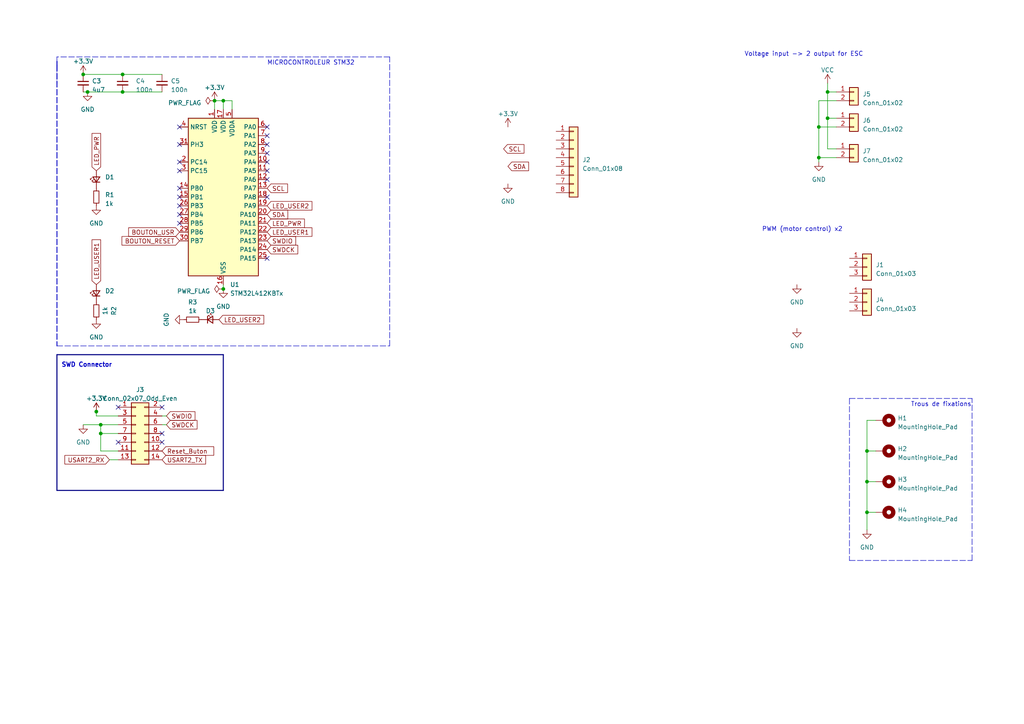
<source format=kicad_sch>
(kicad_sch (version 20230121) (generator eeschema)
  (paper "A4")
  (title_block (title "PROJET D'ELECTRONIQUE") (date "2023-04-14") (company "ENSEA"))
  (lib_symbols
    (symbol "Connector_Generic:Conn_01x02" (pin_names (offset 1.016) hide)
      (property "Reference" "J" (at 0 2.54 0))
      (property "Value" "Conn_01x02" (at 0 -5.08 0))
      (symbol "Conn_01x02_1_1"
        (rectangle (start -1.27 -2.413) (end 0 -2.667) (stroke (width 0.1524)))
        (rectangle (start -1.27 0.127) (end 0 -0.127) (stroke (width 0.1524)))
        (rectangle (start -1.27 1.27) (end 1.27 -3.81) (stroke (width 0.254)) (fill (type background)))
        (pin passive line (at -5.08 0 0) (length 3.81) (name "Pin_1") (number "1"))
        (pin passive line (at -5.08 -2.54 0) (length 3.81) (name "Pin_2") (number "2"))
      )
    )
    (symbol "Connector_Generic:Conn_01x03" (pin_names (offset 1.016) hide)
      (property "Reference" "J" (at 0 5.08 0))
      (property "Value" "Conn_01x03" (at 0 -5.08 0))
      (symbol "Conn_01x03_1_1"
        (rectangle (start -1.27 -2.413) (end 0 -2.667) (stroke (width 0.1524)))
        (rectangle (start -1.27 0.127) (end 0 -0.127) (stroke (width 0.1524)))
        (rectangle (start -1.27 2.667) (end 0 2.413) (stroke (width 0.1524)))
        (rectangle (start -1.27 3.81) (end 1.27 -3.81) (stroke (width 0.254)) (fill (type background)))
        (pin passive line (at -5.08 2.54 0) (length 3.81) (name "Pin_1") (number "1"))
        (pin passive line (at -5.08 0 0) (length 3.81) (name "Pin_2") (number "2"))
        (pin passive line (at -5.08 -2.54 0) (length 3.81) (name "Pin_3") (number "3"))
      )
    )
    (symbol "Connector_Generic:Conn_01x08" (pin_names (offset 1.016) hide)
      (property "Reference" "J" (at 0 10.16 0))
      (property "Value" "Conn_01x08" (at 0 -12.7 0))
      (symbol "Conn_01x08_1_1"
        (rectangle (start -1.27 -10.033) (end 0 -10.287) (stroke (width 0.1524)))
        (rectangle (start -1.27 -7.493) (end 0 -7.747) (stroke (width 0.1524)))
        (rectangle (start -1.27 -4.953) (end 0 -5.207) (stroke (width 0.1524)))
        (rectangle (start -1.27 -2.413) (end 0 -2.667) (stroke (width 0.1524)))
        (rectangle (start -1.27 0.127) (end 0 -0.127) (stroke (width 0.1524)))
        (rectangle (start -1.27 2.667) (end 0 2.413) (stroke (width 0.1524)))
        (rectangle (start -1.27 5.207) (end 0 4.953) (stroke (width 0.1524)))
        (rectangle (start -1.27 7.747) (end 0 7.493) (stroke (width 0.1524)))
        (rectangle (start -1.27 8.89) (end 1.27 -11.43) (stroke (width 0.254)) (fill (type background)))
        (pin passive line (at -5.08 7.62 0) (length 3.81) (name "Pin_1") (number "1"))
        (pin passive line (at -5.08 5.08 0) (length 3.81) (name "Pin_2") (number "2"))
        (pin passive line (at -5.08 2.54 0) (length 3.81) (name "Pin_3") (number "3"))
        (pin passive line (at -5.08 0 0) (length 3.81) (name "Pin_4") (number "4"))
        (pin passive line (at -5.08 -2.54 0) (length 3.81) (name "Pin_5") (number "5"))
        (pin passive line (at -5.08 -5.08 0) (length 3.81) (name "Pin_6") (number "6"))
        (pin passive line (at -5.08 -7.62 0) (length 3.81) (name "Pin_7") (number "7"))
        (pin passive line (at -5.08 -10.16 0) (length 3.81) (name "Pin_8") (number "8"))
      )
    )
    (symbol "Connector_Generic:Conn_02x07_Odd_Even" (pin_names (offset 1.016) hide)
      (property "Reference" "J" (at 1.27 10.16 0))
      (property "Value" "Conn_02x07_Odd_Even" (at 1.27 -10.16 0))
      (symbol "Conn_02x07_Odd_Even_1_1"
        (rectangle (start -1.27 -7.493) (end 0 -7.747) (stroke (width 0.1524)))
        (rectangle (start -1.27 -4.953) (end 0 -5.207) (stroke (width 0.1524)))
        (rectangle (start -1.27 -2.413) (end 0 -2.667) (stroke (width 0.1524)))
        (rectangle (start -1.27 0.127) (end 0 -0.127) (stroke (width 0.1524)))
        (rectangle (start -1.27 2.667) (end 0 2.413) (stroke (width 0.1524)))
        (rectangle (start -1.27 5.207) (end 0 4.953) (stroke (width 0.1524)))
        (rectangle (start -1.27 7.747) (end 0 7.493) (stroke (width 0.1524)))
        (rectangle (start -1.27 8.89) (end 3.81 -8.89) (stroke (width 0.254)) (fill (type background)))
        (rectangle (start 3.81 -7.493) (end 2.54 -7.747) (stroke (width 0.1524)))
        (rectangle (start 3.81 -4.953) (end 2.54 -5.207) (stroke (width 0.1524)))
        (rectangle (start 3.81 -2.413) (end 2.54 -2.667) (stroke (width 0.1524)))
        (rectangle (start 3.81 0.127) (end 2.54 -0.127) (stroke (width 0.1524)))
        (rectangle (start 3.81 2.667) (end 2.54 2.413) (stroke (width 0.1524)))
        (rectangle (start 3.81 5.207) (end 2.54 4.953) (stroke (width 0.1524)))
        (rectangle (start 3.81 7.747) (end 2.54 7.493) (stroke (width 0.1524)))
        (pin passive line (at -5.08 7.62 0) (length 3.81) (name "Pin_1") (number "1"))
        (pin passive line (at 7.62 -2.54 180) (length 3.81) (name "Pin_10") (number "10"))
        (pin passive line (at -5.08 -5.08 0) (length 3.81) (name "Pin_11") (number "11"))
        (pin passive line (at 7.62 -5.08 180) (length 3.81) (name "Pin_12") (number "12"))
        (pin passive line (at -5.08 -7.62 0) (length 3.81) (name "Pin_13") (number "13"))
        (pin passive line (at 7.62 -7.62 180) (length 3.81) (name "Pin_14") (number "14"))
        (pin passive line (at 7.62 7.62 180) (length 3.81) (name "Pin_2") (number "2"))
        (pin passive line (at -5.08 5.08 0) (length 3.81) (name "Pin_3") (number "3"))
        (pin passive line (at 7.62 5.08 180) (length 3.81) (name "Pin_4") (number "4"))
        (pin passive line (at -5.08 2.54 0) (length 3.81) (name "Pin_5") (number "5"))
        (pin passive line (at 7.62 2.54 180) (length 3.81) (name "Pin_6") (number "6"))
        (pin passive line (at -5.08 0 0) (length 3.81) (name "Pin_7") (number "7"))
        (pin passive line (at 7.62 0 180) (length 3.81) (name "Pin_8") (number "8"))
        (pin passive line (at -5.08 -2.54 0) (length 3.81) (name "Pin_9") (number "9"))
      )
    )
    (symbol "Device:C_Small" (pin_numbers hide) (pin_names (offset 0.254) hide)
      (property "Reference" "C" (at 0.254 1.778 0))
      (property "Value" "C_Small" (at 0.254 -2.032 0))
      (symbol "C_Small_0_1"
        (polyline (pts (xy -1.524 -0.508) (xy 1.524 -0.508)) (stroke (width 0.3302)))
        (polyline (pts (xy -1.524 0.508) (xy 1.524 0.508)) (stroke (width 0.3048)))
      )
      (symbol "C_Small_1_1"
        (pin passive line (at 0 2.54 270) (length 2.032) (name "~") (number "1"))
        (pin passive line (at 0 -2.54 90) (length 2.032) (name "~") (number "2"))
      )
    )
    (symbol "Device:LED_Small" (pin_numbers hide) (pin_names (offset 0.254) hide)
      (property "Reference" "D" (at -1.27 3.175 0))
      (property "Value" "LED_Small" (at -4.445 -2.54 0))
      (symbol "LED_Small_0_1"
        (polyline (pts (xy -0.762 -1.016) (xy -0.762 1.016)) (stroke (width 0.254)))
        (polyline (pts (xy 1.016 0) (xy -0.762 0)))
        (polyline (pts (xy 0.762 -1.016) (xy -0.762 0) (xy 0.762 1.016) (xy 0.762 -1.016)) (stroke (width 0.254)))
        (polyline (pts (xy 0 0.762) (xy -0.508 1.27) (xy -0.254 1.27) (xy -0.508 1.27) (xy -0.508 1.016)))
        (polyline (pts (xy 0.508 1.27) (xy 0 1.778) (xy 0.254 1.778) (xy 0 1.778) (xy 0 1.524)))
      )
      (symbol "LED_Small_1_1"
        (pin passive line (at -2.54 0 0) (length 1.778) (name "K") (number "1"))
        (pin passive line (at 2.54 0 180) (length 1.778) (name "A") (number "2"))
      )
    )
    (symbol "Device:R_Small" (pin_numbers hide) (pin_names (offset 0.254) hide)
      (property "Reference" "R" (at 0.762 0.508 0))
      (property "Value" "R_Small" (at 0.762 -1.016 0))
      (symbol "R_Small_0_1"
        (rectangle (start -0.762 1.778) (end 0.762 -1.778) (stroke (width 0.2032)))
      )
      (symbol "R_Small_1_1"
        (pin passive line (at 0 2.54 270) (length 0.762) (name "~") (number "1"))
        (pin passive line (at 0 -2.54 90) (length 0.762) (name "~") (number "2"))
      )
    )
    (symbol "MCU_ST_STM32L4:STM32L412KBTx"
      (property "Reference" "U" (at -10.16 24.13 0))
      (property "Value" "STM32L412KBTx" (at 5.08 24.13 0))
      (symbol "STM32L412KBTx_0_1"
        (rectangle (start -10.16 22.86) (end 10.16 -22.86) (stroke (width 0.254)) (fill (type background)))
      )
      (symbol "STM32L412KBTx_1_1"
        (pin power_in line (at -2.54 25.4 270) (length 2.54) (name "VDD") (number "1"))
        (pin bidirectional line (at 12.7 10.16 180) (length 2.54) (name "PA4") (number "10"))
        (pin bidirectional line (at 12.7 7.62 180) (length 2.54) (name "PA5") (number "11"))
        (pin bidirectional line (at 12.7 5.08 180) (length 2.54) (name "PA6") (number "12"))
        (pin bidirectional line (at 12.7 2.54 180) (length 2.54) (name "PA7") (number "13"))
        (pin bidirectional line (at -12.7 2.54 0) (length 2.54) (name "PB0") (number "14"))
        (pin bidirectional line (at -12.7 0 0) (length 2.54) (name "PB1") (number "15"))
        (pin power_in line (at 0 -25.4 90) (length 2.54) (name "VSS") (number "16"))
        (pin power_in line (at 0 25.4 270) (length 2.54) (name "VDD") (number "17"))
        (pin bidirectional line (at 12.7 0 180) (length 2.54) (name "PA8") (number "18"))
        (pin bidirectional line (at 12.7 -2.54 180) (length 2.54) (name "PA9") (number "19"))
        (pin bidirectional line (at -12.7 10.16 0) (length 2.54) (name "PC14") (number "2"))
        (pin bidirectional line (at 12.7 -5.08 180) (length 2.54) (name "PA10") (number "20"))
        (pin bidirectional line (at 12.7 -7.62 180) (length 2.54) (name "PA11") (number "21"))
        (pin bidirectional line (at 12.7 -10.16 180) (length 2.54) (name "PA12") (number "22"))
        (pin bidirectional line (at 12.7 -12.7 180) (length 2.54) (name "PA13") (number "23"))
        (pin bidirectional line (at 12.7 -15.24 180) (length 2.54) (name "PA14") (number "24"))
        (pin bidirectional line (at 12.7 -17.78 180) (length 2.54) (name "PA15") (number "25"))
        (pin bidirectional line (at -12.7 -2.54 0) (length 2.54) (name "PB3") (number "26"))
        (pin bidirectional line (at -12.7 -5.08 0) (length 2.54) (name "PB4") (number "27"))
        (pin bidirectional line (at -12.7 -7.62 0) (length 2.54) (name "PB5") (number "28"))
        (pin bidirectional line (at -12.7 -10.16 0) (length 2.54) (name "PB6") (number "29"))
        (pin bidirectional line (at -12.7 7.62 0) (length 2.54) (name "PC15") (number "3"))
        (pin bidirectional line (at -12.7 -12.7 0) (length 2.54) (name "PB7") (number "30"))
        (pin bidirectional line (at -12.7 15.24 0) (length 2.54) (name "PH3") (number "31"))
        (pin passive line (at 0 -25.4 90) (length 2.54) hide (name "VSS") (number "32"))
        (pin input line (at -12.7 20.32 0) (length 2.54) (name "NRST") (number "4"))
        (pin power_in line (at 2.54 25.4 270) (length 2.54) (name "VDDA") (number "5"))
        (pin bidirectional line (at 12.7 20.32 180) (length 2.54) (name "PA0") (number "6"))
        (pin bidirectional line (at 12.7 17.78 180) (length 2.54) (name "PA1") (number "7"))
        (pin bidirectional line (at 12.7 15.24 180) (length 2.54) (name "PA2") (number "8"))
        (pin bidirectional line (at 12.7 12.7 180) (length 2.54) (name "PA3") (number "9"))
      )
    )
    (symbol "Mechanical:MountingHole_Pad" (pin_numbers hide) (pin_names (offset 1.016) hide)
      (property "Reference" "H" (at 0 6.35 0))
      (property "Value" "MountingHole_Pad" (at 0 4.445 0))
      (symbol "MountingHole_Pad_0_1"
        (circle (center 0 1.27) (radius 1.27) (stroke (width 1.27)))
      )
      (symbol "MountingHole_Pad_1_1"
        (pin input line (at 0 -2.54 90) (length 2.54) (name "1") (number "1"))
      )
    )
    (symbol "power:+3.3V" (power) (pin_names (offset 0))
      (property "Value" "+3.3V" (at 0 3.556 0))
      (symbol "+3.3V_0_1"
        (polyline (pts (xy -0.762 1.27) (xy 0 2.54)))
        (polyline (pts (xy 0 0) (xy 0 2.54)))
        (polyline (pts (xy 0 2.54) (xy 0.762 1.27)))
      )
      (symbol "+3.3V_1_1"
        (pin power_in line (at 0 0 90) (length 0) hide (name "+3.3V") (number "1"))
      )
    )
    (symbol "power:GND" (power) (pin_names (offset 0))
      (property "Value" "GND" (at 0 -3.81 0))
      (symbol "GND_0_1"
        (polyline (pts (xy 0 0) (xy 0 -1.27) (xy 1.27 -1.27) (xy 0 -2.54) (xy -1.27 -1.27) (xy 0 -1.27)))
      )
      (symbol "GND_1_1"
        (pin power_in line (at 0 0 270) (length 0) hide (name "GND") (number "1"))
      )
    )
    (symbol "power:PWR_FLAG" (power) (pin_numbers hide) (pin_names (offset 0) hide)
      (property "Value" "PWR_FLAG" (at 0 3.81 0))
      (symbol "PWR_FLAG_0_0"
        (pin power_out line (at 0 0 90) (length 0) (name "pwr") (number "1"))
      )
      (symbol "PWR_FLAG_0_1"
        (polyline (pts (xy 0 0) (xy 0 1.27) (xy -1.016 1.905) (xy 0 2.54) (xy 1.016 1.905) (xy 0 1.27)))
      )
    )
    (symbol "power:VCC" (power) (pin_names (offset 0))
      (property "Value" "VCC" (at 0 3.81 0))
      (symbol "VCC_0_1"
        (polyline (pts (xy -0.762 1.27) (xy 0 2.54)))
        (polyline (pts (xy 0 0) (xy 0 2.54)))
        (polyline (pts (xy 0 2.54) (xy 0.762 1.27)))
      )
      (symbol "VCC_1_1"
        (pin power_in line (at 0 0 90) (length 0) hide (name "VCC") (number "1"))
      )
    )
  )
  (junction (at 251.46 130.81))
  (junction (at 35.56 26.67))
  (junction (at 27.94 119.38))
  (junction (at 64.77 29.21))
  (junction (at 240.03 26.67))
  (junction (at 29.21 125.73))
  (junction (at 64.77 83.82))
  (junction (at 251.46 139.7))
  (junction (at 25.4 26.67))
  (junction (at 237.49 45.72))
  (junction (at 35.56 21.59))
  (junction (at 24.13 21.59))
  (junction (at 251.46 148.59))
  (junction (at 237.49 36.83))
  (junction (at 240.03 34.29))
  (junction (at 29.21 123.19))
  (junction (at 62.23 29.21))
  (no_connect (at 52.07 57.15))
  (no_connect (at 77.47 39.37))
  (no_connect (at 34.29 118.11))
  (no_connect (at 52.07 46.99))
  (no_connect (at 46.99 118.11))
  (no_connect (at 77.47 41.91))
  (no_connect (at 77.47 44.45))
  (no_connect (at 52.07 54.61))
  (no_connect (at 34.29 128.27))
  (no_connect (at 46.99 128.27))
  (no_connect (at 52.07 36.83))
  (no_connect (at 77.47 36.83))
  (no_connect (at 52.07 62.23))
  (no_connect (at 77.47 52.07))
  (no_connect (at 77.47 57.15))
  (no_connect (at 77.47 49.53))
  (no_connect (at 77.47 46.99))
  (no_connect (at 52.07 49.53))
  (no_connect (at 52.07 59.69))
  (no_connect (at 52.07 64.77))
  (no_connect (at 52.07 41.91))
  (no_connect (at 46.99 125.73))
  (no_connect (at 77.47 74.93))
  (wire (pts (xy 251.46 148.59) (xy 251.46 153.67)))
  (bus (pts (xy 64.77 102.87) (xy 64.77 142.24)))
  (wire (pts (xy 64.77 83.82) (xy 64.77 82.55)))
  (wire (pts (xy 35.56 21.59) (xy 46.99 21.59)))
  (wire (pts (xy 240.03 43.18) (xy 240.03 34.29)))
  (bus (pts (xy 16.51 102.87) (xy 64.77 102.87)))
  (polyline (pts (xy 113.03 100.33) (xy 113.03 16.51)) (stroke (width 0) (type dash)))
  (wire (pts (xy 237.49 36.83) (xy 237.49 45.72)))
  (polyline (pts (xy 16.51 19.05) (xy 16.51 20.32)) (stroke (width 0) (type dash)))
  (wire (pts (xy 251.46 130.81) (xy 251.46 139.7)))
  (polyline (pts (xy 16.51 17.78) (xy 16.51 19.05)) (stroke (width 0) (type dash)))
  (wire (pts (xy 24.13 123.19) (xy 29.21 123.19)))
  (wire (pts (xy 242.57 26.67) (xy 240.03 26.67)))
  (bus (pts (xy 16.51 102.87) (xy 16.51 142.24)))
  (wire (pts (xy 29.21 130.81) (xy 34.29 130.81)))
  (wire (pts (xy 29.21 125.73) (xy 29.21 130.81)))
  (polyline (pts (xy 246.38 115.57) (xy 246.38 162.56)) (stroke (width 0) (type dash)))
  (polyline (pts (xy 281.94 162.56) (xy 281.94 115.57)) (stroke (width 0) (type dash)))
  (wire (pts (xy 242.57 43.18) (xy 240.03 43.18)))
  (polyline (pts (xy 113.03 16.51) (xy 16.51 16.51)) (stroke (width 0) (type dash)))
  (wire (pts (xy 240.03 26.67) (xy 240.03 24.13)))
  (polyline (pts (xy 16.51 17.78) (xy 16.51 19.05)) (stroke (width 0) (type dash)))
  (wire (pts (xy 48.26 123.19) (xy 46.99 123.19)))
  (polyline (pts (xy 16.51 17.78) (xy 16.51 19.05)) (stroke (width 0) (type dash)))
  (wire (pts (xy 251.46 130.81) (xy 254 130.81)))
  (wire (pts (xy 29.21 123.19) (xy 29.21 125.73)))
  (wire (pts (xy 27.94 120.65) (xy 27.94 119.38)))
  (wire (pts (xy 34.29 120.65) (xy 27.94 120.65)))
  (polyline (pts (xy 16.51 16.51) (xy 16.51 24.13)) (stroke (width 0) (type dash)))
  (wire (pts (xy 67.31 29.21) (xy 67.31 31.75)))
  (polyline (pts (xy 16.51 19.05) (xy 16.51 100.33)) (stroke (width 0) (type dash)))
  (wire (pts (xy 242.57 45.72) (xy 237.49 45.72)))
  (polyline (pts (xy 16.51 17.78) (xy 16.51 19.05)) (stroke (width 0) (type dash)))
  (wire (pts (xy 24.13 21.59) (xy 35.56 21.59)))
  (wire (pts (xy 35.56 26.67) (xy 46.99 26.67)))
  (wire (pts (xy 237.49 45.72) (xy 237.49 46.99)))
  (wire (pts (xy 29.21 123.19) (xy 34.29 123.19)))
  (bus (pts (xy 64.77 142.24) (xy 16.51 142.24)))
  (wire (pts (xy 251.46 121.92) (xy 251.46 130.81)))
  (polyline (pts (xy 246.38 115.57) (xy 281.94 115.57)) (stroke (width 0) (type dash)))
  (wire (pts (xy 251.46 139.7) (xy 254 139.7)))
  (polyline (pts (xy 16.51 19.05) (xy 16.51 100.33)) (stroke (width 0) (type dash)))
  (wire (pts (xy 240.03 34.29) (xy 240.03 26.67)))
  (polyline (pts (xy 16.51 19.05) (xy 16.51 100.33)) (stroke (width 0) (type dash)))
  (wire (pts (xy 251.46 139.7) (xy 251.46 148.59)))
  (wire (pts (xy 242.57 34.29) (xy 240.03 34.29)))
  (polyline (pts (xy 246.38 162.56) (xy 281.94 162.56)) (stroke (width 0) (type dash)))
  (wire (pts (xy 251.46 148.59) (xy 254 148.59)))
  (wire (pts (xy 25.4 26.67) (xy 35.56 26.67)))
  (wire (pts (xy 62.23 29.21) (xy 62.23 31.75)))
  (wire (pts (xy 242.57 29.21) (xy 237.49 29.21)))
  (wire (pts (xy 237.49 29.21) (xy 237.49 36.83)))
  (wire (pts (xy 64.77 29.21) (xy 67.31 29.21)))
  (wire (pts (xy 254 121.92) (xy 251.46 121.92)))
  (wire (pts (xy 64.77 29.21) (xy 62.23 29.21)))
  (wire (pts (xy 24.13 26.67) (xy 25.4 26.67)))
  (wire (pts (xy 31.75 133.35) (xy 34.29 133.35)))
  (polyline (pts (xy 16.51 100.33) (xy 113.03 100.33)) (stroke (width 0) (type dash)))
  (wire (pts (xy 242.57 36.83) (xy 237.49 36.83)))
  (wire (pts (xy 64.77 31.75) (xy 64.77 29.21)))
  (wire (pts (xy 29.21 125.73) (xy 34.29 125.73)))
  (wire (pts (xy 48.26 120.65) (xy 46.99 120.65)))
  (text "Trous de fixations" (at 264.16 118.11 0) (effects (font (size 1.27 1.27)) (justify left bottom)))
  (text "SWD Connector" (at 17.78 106.68 0) (effects (font (size 1.27 1.27) (thickness 0.254) bold) (justify left bottom)))
  (text "Voltage input -> 2 output for ESC" (at 215.9 16.51 0) (effects (font (size 1.27 1.27)) (justify left bottom)))
  (text "MICROCONTROLEUR STM32 " (at 77.47 19.05 0) (effects (font (size 1.27 1.27)) (justify left bottom)))
  (text "PWM (motor control) x2\n" (at 220.98 67.31 0) (effects (font (size 1.27 1.27)) (justify left bottom)))
  (global_label "LED_USER2" (shape input) (at 63.5 92.71 0) (property "Intersheetrefs" "${INTERSHEET_REFS}" (effects hide)))
  (global_label "LED_PWR" (shape input) (at 77.47 64.77 0) (property "Intersheetrefs" "${INTERSHEET_REFS}" (effects hide)))
  (global_label "SCL" (shape input) (at 146.05 43.18 0) (property "Intersheetrefs" "${INTERSHEET_REFS}" (effects hide)))
  (global_label "SWDIO" (shape input) (at 77.47 69.85 0) (property "Intersheetrefs" "${INTERSHEET_REFS}" (effects hide)))
  (global_label "LED_USER1" (shape input) (at 27.94 82.55 90) (property "Intersheetrefs" "${INTERSHEET_REFS}" (effects hide)))
  (global_label "Reset_Buton " (shape input) (at 46.99 130.81 0) (property "Intersheetrefs" "${INTERSHEET_REFS}" (effects hide)))
  (global_label "LED_USER1" (shape input) (at 77.47 67.31 0) (property "Intersheetrefs" "${INTERSHEET_REFS}" (effects hide)))
  (global_label "SWDCK" (shape input) (at 77.47 72.39 0) (property "Intersheetrefs" "${INTERSHEET_REFS}" (effects hide)))
  (global_label "SWDIO" (shape input) (at 48.26 120.65 0) (property "Intersheetrefs" "${INTERSHEET_REFS}" (effects hide)))
  (global_label "BOUTON_RESET" (shape input) (at 52.07 69.85 180) (property "Intersheetrefs" "${INTERSHEET_REFS}" (effects hide)))
  (global_label "USART2_RX" (shape input) (at 31.75 133.35 180) (property "Intersheetrefs" "${INTERSHEET_REFS}" (effects hide)))
  (global_label "LED_PWR" (shape input) (at 27.94 49.53 90) (property "Intersheetrefs" "${INTERSHEET_REFS}" (effects hide)))
  (global_label "LED_USER2" (shape input) (at 77.47 59.69 0) (property "Intersheetrefs" "${INTERSHEET_REFS}" (effects hide)))
  (global_label "BOUTON_USR" (shape input) (at 52.07 67.31 180) (property "Intersheetrefs" "${INTERSHEET_REFS}" (effects hide)))
  (global_label "USART2_TX" (shape input) (at 46.99 133.35 0) (property "Intersheetrefs" "${INTERSHEET_REFS}" (effects hide)))
  (global_label "SDA" (shape input) (at 147.32 48.26 0) (property "Intersheetrefs" "${INTERSHEET_REFS}" (effects hide)))
  (global_label "SDA" (shape input) (at 77.47 62.23 0) (property "Intersheetrefs" "${INTERSHEET_REFS}" (effects hide)))
  (global_label "SWDCK" (shape input) (at 48.26 123.19 0) (property "Intersheetrefs" "${INTERSHEET_REFS}" (effects hide)))
  (global_label "SCL" (shape input) (at 77.47 54.61 0) (property "Intersheetrefs" "${INTERSHEET_REFS}" (effects hide)))
  (symbol (lib_id "Device:LED_Small") (at 27.94 85.09 90) (unit 1)
    (property "Reference" "D2" (at 30.48 84.3915 90) (effects (justify right)))
    (property "Value" "LED_Small" (effects hide))
    (property "Footprint" "LED_SMD:LED_0603_1608Metric_Pad1.05x0.95mm_HandSolder" (effects hide))
  )
  (symbol (lib_id "power:GND") (at 251.46 153.67 0) (unit 1)
    (property "Reference" "#PWR03" (effects hide))
    (property "Value" "GND" (at 251.46 158.75 0))
  )
  (symbol (lib_id "power:GND") (at 231.14 82.55 0) (unit 1)
    (property "Reference" "#PWR017" (effects hide))
    (property "Value" "GND" (at 231.14 87.63 0))
  )
  (symbol (lib_id "Connector_Generic:Conn_01x03") (at 251.46 77.47 0) (unit 1)
    (property "Reference" "J1" (at 254 76.835 0) (effects (justify left)))
    (property "Value" "Conn_01x03" (at 254 79.375 0) (effects (justify left)))
  )
  (symbol (lib_id "power:GND") (at 237.49 46.99 0) (unit 1)
    (property "Reference" "#PWR013" (effects hide))
    (property "Value" "GND" (at 237.49 52.07 0))
  )
  (symbol (lib_id "Device:LED_Small") (at 60.96 92.71 0) (unit 1)
    (property "Reference" "D3" (at 61.0235 90.17 0))
    (property "Value" "LED_Small" (effects hide))
    (property "Footprint" "LED_SMD:LED_0603_1608Metric_Pad1.05x0.95mm_HandSolder" (effects hide))
  )
  (symbol (lib_id "power:+3.3V") (at 62.23 29.21 0) (unit 1)
    (property "Reference" "#PWR09" (effects hide))
    (property "Value" "+3.3V" (at 62.23 25.4 0))
  )
  (symbol (lib_id "Device:R_Small") (at 27.94 90.17 0) (unit 1)
    (property "Reference" "R2" (at 33.02 90.17 90))
    (property "Value" "1k" (at 30.48 90.17 90))
    (property "Footprint" "Resistor_SMD:R_0603_1608Metric_Pad0.98x0.95mm_HandSolder" (effects hide))
  )
  (symbol (lib_id "power:+3.3V") (at 27.94 119.38 0) (unit 1)
    (property "Reference" "#PWR02" (effects hide))
    (property "Value" "+3.3V" (at 27.94 115.57 0))
  )
  (symbol (lib_id "Device:C_Small") (at 35.56 24.13 0) (unit 1)
    (property "Reference" "C4" (at 39.37 23.5013 0) (effects (justify left)))
    (property "Value" "100n" (at 39.37 26.0413 0) (effects (justify left)))
    (property "Footprint" "Capacitor_SMD:C_0603_1608Metric_Pad1.08x0.95mm_HandSolder" (effects hide))
  )
  (symbol (lib_id "Device:R_Small") (at 27.94 57.15 0) (unit 1)
    (property "Reference" "R1" (at 30.48 56.515 0) (effects (justify left)))
    (property "Value" "1k" (at 30.48 59.055 0) (effects (justify left)))
    (property "Footprint" "Resistor_SMD:R_0603_1608Metric_Pad0.98x0.95mm_HandSolder" (effects hide))
  )
  (symbol (lib_id "power:PWR_FLAG") (at 62.23 29.21 90) (unit 1)
    (property "Reference" "#FLG02" (effects hide))
    (property "Value" "PWR_FLAG" (at 58.42 29.845 90) (effects (justify left)))
  )
  (symbol (lib_id "power:GND") (at 25.4 26.67 0) (unit 1)
    (property "Reference" "#PWR016" (effects hide))
    (property "Value" "GND" (at 25.4 31.75 0))
  )
  (symbol (lib_id "power:GND") (at 64.77 83.82 0) (unit 1)
    (property "Reference" "#PWR04" (effects hide))
    (property "Value" "GND" (at 64.77 88.9 0))
  )
  (symbol (lib_id "Connector_Generic:Conn_01x08") (at 166.37 45.72 0) (unit 1)
    (property "Reference" "J2" (at 168.91 46.355 0) (effects (justify left)))
    (property "Value" "Conn_01x08" (at 168.91 48.895 0) (effects (justify left)))
  )
  (symbol (lib_id "Mechanical:MountingHole_Pad") (at 256.54 139.7 270) (unit 1)
    (property "Reference" "H3" (at 260.35 139.065 90) (effects (justify left)))
    (property "Value" "MountingHole_Pad" (at 260.35 141.605 90) (effects (justify left)))
    (property "Footprint" "MountingHole:MountingHole_3.2mm_M3_DIN965_Pad" (effects hide))
  )
  (symbol (lib_id "power:PWR_FLAG") (at 64.77 83.82 90) (unit 1)
    (property "Reference" "#FLG01" (effects hide))
    (property "Value" "PWR_FLAG" (at 60.96 84.455 90) (effects (justify left)))
  )
  (symbol (lib_id "Connector_Generic:Conn_01x02") (at 247.65 34.29 0) (unit 1)
    (property "Reference" "J6" (at 250.19 34.925 0) (effects (justify left)))
    (property "Value" "Conn_01x02" (at 250.19 37.465 0) (effects (justify left)))
  )
  (symbol (lib_id "power:GND") (at 53.34 92.71 270) (unit 1)
    (property "Reference" "#PWR08" (effects hide))
    (property "Value" "GND" (at 48.26 92.71 0))
  )
  (symbol (lib_id "Mechanical:MountingHole_Pad") (at 256.54 130.81 270) (unit 1)
    (property "Reference" "H2" (at 260.35 130.175 90) (effects (justify left)))
    (property "Value" "MountingHole_Pad" (at 260.35 132.715 90) (effects (justify left)))
    (property "Footprint" "MountingHole:MountingHole_3.2mm_M3_DIN965_Pad" (effects hide))
  )
  (symbol (lib_id "MCU_ST_STM32L4:STM32L412KBTx") (at 64.77 57.15 0) (unit 1)
    (property "Reference" "U1" (at 66.7259 82.55 0) (effects (justify left)))
    (property "Value" "STM32L412KBTx" (at 66.7259 85.09 0) (effects (justify left)))
    (property "Footprint" "Package_QFP:LQFP-32_7x7mm_P0.8mm" (effects hide))
    (property "Datasheet" "https://www.st.com/resource/en/datasheet/stm32l412kb.pdf" (effects hide))
  )
  (symbol (lib_id "power:GND") (at 147.32 53.34 0) (unit 1)
    (property "Reference" "#PWR011" (effects hide))
    (property "Value" "GND" (at 147.32 58.42 0))
  )
  (symbol (lib_id "power:GND") (at 231.14 95.25 0) (unit 1)
    (property "Reference" "#PWR014" (effects hide))
    (property "Value" "GND" (at 231.14 100.33 0))
  )
  (symbol (lib_id "power:GND") (at 27.94 92.71 0) (unit 1)
    (property "Reference" "#PWR06" (effects hide))
    (property "Value" "GND" (at 27.94 97.79 0))
  )
  (symbol (lib_id "power:VCC") (at 240.03 24.13 0) (unit 1)
    (property "Reference" "#PWR012" (effects hide))
    (property "Value" "VCC" (at 240.03 20.32 0))
  )
  (symbol (lib_id "Device:R_Small") (at 55.88 92.71 270) (unit 1)
    (property "Reference" "R3" (at 55.88 87.63 90))
    (property "Value" "1k" (at 55.88 90.17 90))
    (property "Footprint" "Resistor_SMD:R_0603_1608Metric_Pad0.98x0.95mm_HandSolder" (effects hide))
  )
  (symbol (lib_id "power:+3.3V") (at 27.94 119.38 0) (unit 1)
    (property "Reference" "#PWR07" (effects hide))
    (property "Value" "+3.3V" (at 27.94 115.57 0))
  )
  (symbol (lib_id "Mechanical:MountingHole_Pad") (at 256.54 121.92 270) (unit 1)
    (property "Reference" "H1" (at 260.35 121.285 90) (effects (justify left)))
    (property "Value" "MountingHole_Pad" (at 260.35 123.825 90) (effects (justify left)))
    (property "Footprint" "MountingHole:MountingHole_3.2mm_M3_DIN965_Pad" (effects hide))
  )
  (symbol (lib_id "power:GND") (at 24.13 123.19 0) (unit 1)
    (property "Reference" "#PWR01" (effects hide))
    (property "Value" "GND" (at 24.13 128.27 0))
  )
  (symbol (lib_id "Connector_Generic:Conn_01x02") (at 247.65 26.67 0) (unit 1)
    (property "Reference" "J5" (at 250.19 27.305 0) (effects (justify left)))
    (property "Value" "Conn_01x02" (at 250.19 29.845 0) (effects (justify left)))
  )
  (symbol (lib_id "Connector_Generic:Conn_01x02") (at 247.65 43.18 0) (unit 1)
    (property "Reference" "J7" (at 250.19 43.815 0) (effects (justify left)))
    (property "Value" "Conn_01x02" (at 250.19 46.355 0) (effects (justify left)))
  )
  (symbol (lib_id "power:+3.3V") (at 24.13 21.59 0) (unit 1)
    (property "Reference" "#PWR015" (effects hide))
    (property "Value" "+3.3V" (at 24.13 17.78 0))
  )
  (symbol (lib_id "Device:C_Small") (at 24.13 24.13 0) (unit 1)
    (property "Reference" "C3" (at 26.67 23.5013 0) (effects (justify left)))
    (property "Value" "4u7" (at 26.67 26.0413 0) (effects (justify left)))
    (property "Footprint" "Capacitor_SMD:C_0603_1608Metric_Pad1.08x0.95mm_HandSolder" (effects hide))
  )
  (symbol (lib_id "Connector_Generic:Conn_02x07_Odd_Even") (at 39.37 125.73 0) (unit 1)
    (property "Reference" "J3" (at 40.64 113.03 0))
    (property "Value" "Conn_02x07_Odd_Even" (at 40.64 115.57 0))
    (property "Footprint" "Connector_PinHeader_1.27mm:PinHeader_2x07_P1.27mm_Vertical_SMD" (effects hide))
  )
  (symbol (lib_id "Device:C_Small") (at 46.99 24.13 0) (unit 1)
    (property "Reference" "C5" (at 49.53 23.5013 0) (effects (justify left)))
    (property "Value" "100n" (at 49.53 26.0413 0) (effects (justify left)))
    (property "Footprint" "Capacitor_SMD:C_0603_1608Metric_Pad1.08x0.95mm_HandSolder" (effects hide))
  )
  (symbol (lib_id "power:GND") (at 27.94 59.69 0) (unit 1)
    (property "Reference" "#PWR05" (effects hide))
    (property "Value" "GND" (at 27.94 64.77 0))
  )
  (symbol (lib_id "Connector_Generic:Conn_01x03") (at 251.46 87.63 0) (unit 1)
    (property "Reference" "J4" (at 254 86.995 0) (effects (justify left)))
    (property "Value" "Conn_01x03" (at 254 89.535 0) (effects (justify left)))
  )
  (symbol (lib_id "Mechanical:MountingHole_Pad") (at 256.54 148.59 270) (unit 1)
    (property "Reference" "H4" (at 260.35 147.955 90) (effects (justify left)))
    (property "Value" "MountingHole_Pad" (at 260.35 150.495 90) (effects (justify left)))
    (property "Footprint" "MountingHole:MountingHole_3.2mm_M3_DIN965_Pad" (effects hide))
  )
  (symbol (lib_id "Device:LED_Small") (at 27.94 52.07 90) (unit 1)
    (property "Reference" "D1" (at 30.48 51.3715 90) (effects (justify right)))
    (property "Value" "LED_Small" (effects hide))
    (property "Footprint" "LED_SMD:LED_0603_1608Metric_Pad1.05x0.95mm_HandSolder" (effects hide))
  )
  (symbol (lib_id "power:+3.3V") (at 147.32 36.83 0) (unit 1)
    (property "Reference" "#PWR010" (effects hide))
    (property "Value" "+3.3V" (at 147.32 33.02 0))
  )
)
</source>
